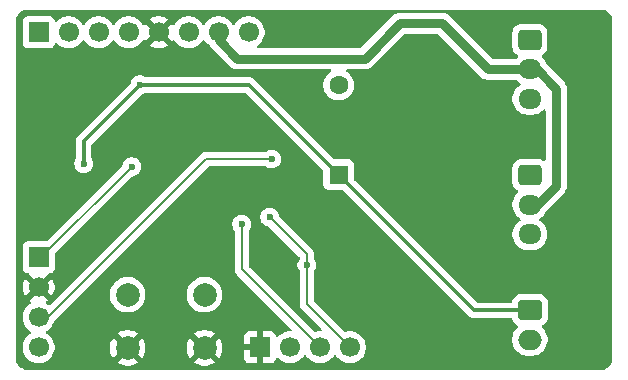
<source format=gbl>
%TF.GenerationSoftware,KiCad,Pcbnew,9.0.6*%
%TF.CreationDate,2025-11-13T00:04:26-05:00*%
%TF.ProjectId,mask-board,6d61736b-2d62-46f6-9172-642e6b696361,rev?*%
%TF.SameCoordinates,Original*%
%TF.FileFunction,Copper,L2,Bot*%
%TF.FilePolarity,Positive*%
%FSLAX46Y46*%
G04 Gerber Fmt 4.6, Leading zero omitted, Abs format (unit mm)*
G04 Created by KiCad (PCBNEW 9.0.6) date 2025-11-13 00:04:26*
%MOMM*%
%LPD*%
G01*
G04 APERTURE LIST*
G04 Aperture macros list*
%AMRoundRect*
0 Rectangle with rounded corners*
0 $1 Rounding radius*
0 $2 $3 $4 $5 $6 $7 $8 $9 X,Y pos of 4 corners*
0 Add a 4 corners polygon primitive as box body*
4,1,4,$2,$3,$4,$5,$6,$7,$8,$9,$2,$3,0*
0 Add four circle primitives for the rounded corners*
1,1,$1+$1,$2,$3*
1,1,$1+$1,$4,$5*
1,1,$1+$1,$6,$7*
1,1,$1+$1,$8,$9*
0 Add four rect primitives between the rounded corners*
20,1,$1+$1,$2,$3,$4,$5,0*
20,1,$1+$1,$4,$5,$6,$7,0*
20,1,$1+$1,$6,$7,$8,$9,0*
20,1,$1+$1,$8,$9,$2,$3,0*%
G04 Aperture macros list end*
%TA.AperFunction,ComponentPad*%
%ADD10RoundRect,0.250000X0.725000X-0.600000X0.725000X0.600000X-0.725000X0.600000X-0.725000X-0.600000X0*%
%TD*%
%TA.AperFunction,ComponentPad*%
%ADD11O,1.950000X1.700000*%
%TD*%
%TA.AperFunction,ComponentPad*%
%ADD12R,1.700000X1.700000*%
%TD*%
%TA.AperFunction,ComponentPad*%
%ADD13C,1.700000*%
%TD*%
%TA.AperFunction,ComponentPad*%
%ADD14RoundRect,0.250000X0.750000X-0.600000X0.750000X0.600000X-0.750000X0.600000X-0.750000X-0.600000X0*%
%TD*%
%TA.AperFunction,ComponentPad*%
%ADD15O,2.000000X1.700000*%
%TD*%
%TA.AperFunction,ComponentPad*%
%ADD16R,1.600000X1.600000*%
%TD*%
%TA.AperFunction,ComponentPad*%
%ADD17C,1.600000*%
%TD*%
%TA.AperFunction,ComponentPad*%
%ADD18C,2.000000*%
%TD*%
%TA.AperFunction,ViaPad*%
%ADD19C,0.600000*%
%TD*%
%TA.AperFunction,Conductor*%
%ADD20C,0.780000*%
%TD*%
%TA.AperFunction,Conductor*%
%ADD21C,0.300000*%
%TD*%
%TA.AperFunction,Conductor*%
%ADD22C,0.200000*%
%TD*%
G04 APERTURE END LIST*
D10*
%TO.P,M1,1,-*%
%TO.N,Net-(D3-A)*%
X164782500Y-79375000D03*
D11*
%TO.P,M1,2,+*%
%TO.N,+5V*%
X164782500Y-81875000D03*
%TO.P,M1,3,Tacho*%
%TO.N,Net-(M1-Tacho)*%
X164782500Y-84375000D03*
%TD*%
D12*
%TO.P,J2,1,GND*%
%TO.N,GND*%
X141922500Y-105410000D03*
D13*
%TO.P,J2,2,3V3*%
%TO.N,+3V3*%
X144462500Y-105410000D03*
%TO.P,J2,3,SDA*%
%TO.N,SDA*%
X147002500Y-105410000D03*
%TO.P,J2,4,SCL*%
%TO.N,SCL*%
X149542500Y-105410000D03*
%TD*%
D10*
%TO.P,M2,1,-*%
%TO.N,Net-(D4-A)*%
X164782500Y-90845000D03*
D11*
%TO.P,M2,2,+*%
%TO.N,+5V*%
X164782500Y-93345000D03*
%TO.P,M2,3,Tacho*%
%TO.N,Net-(M2-Tacho)*%
X164782500Y-95845000D03*
%TD*%
D14*
%TO.P,M3,1,+*%
%TO.N,+3V3*%
X164782500Y-102275000D03*
D15*
%TO.P,M3,2,-*%
%TO.N,Net-(D2-A)*%
X164782500Y-104775000D03*
%TD*%
D16*
%TO.P,BZ1,1,+*%
%TO.N,+3V3*%
X148590000Y-90805000D03*
D17*
%TO.P,BZ1,2,-*%
%TO.N,Net-(BZ1--)*%
X148590000Y-83205000D03*
%TD*%
D18*
%TO.P,SW1,1,1*%
%TO.N,GND*%
X137235000Y-105465000D03*
X130735000Y-105465000D03*
%TO.P,SW1,2,2*%
%TO.N,Net-(U1-PA3)*%
X137235000Y-100965000D03*
X130735000Y-100965000D03*
%TD*%
D12*
%TO.P,J1,1,RST*%
%TO.N,RESET*%
X123190000Y-97790000D03*
D13*
%TO.P,J1,2,GND*%
%TO.N,GND*%
X123190000Y-100330000D03*
%TO.P,J1,3,SWIM*%
%TO.N,SWIM*%
X123190000Y-102870000D03*
%TO.P,J1,4,3V3*%
%TO.N,+3V3*%
X123190000Y-105410000D03*
%TD*%
D12*
%TO.P,A1,1,VIN*%
%TO.N,unconnected-(A1-VIN-Pad1)*%
X123190000Y-78740000D03*
D13*
%TO.P,A1,2,VU*%
%TO.N,unconnected-(A1-VU-Pad2)*%
X125730000Y-78740000D03*
%TO.P,A1,3,D-*%
%TO.N,unconnected-(A1-D--Pad3)*%
X128270000Y-78740000D03*
%TO.P,A1,4,D+*%
%TO.N,unconnected-(A1-D+-Pad4)*%
X130810000Y-78740000D03*
%TO.P,A1,5,GND*%
%TO.N,GND*%
X133350000Y-78740000D03*
%TO.P,A1,6,BAT*%
%TO.N,+BATT*%
X135890000Y-78740000D03*
%TO.P,A1,7,5V*%
%TO.N,+5V*%
X138430000Y-78740000D03*
%TO.P,A1,8,EN*%
%TO.N,unconnected-(A1-EN-Pad8)*%
X140970000Y-78740000D03*
%TD*%
D19*
%TO.N,+5V*%
X153797000Y-77978000D03*
%TO.N,GND*%
X157480000Y-102870000D03*
X122237500Y-85407500D03*
X138112500Y-81602500D03*
X158115000Y-80962500D03*
X157416500Y-91185500D03*
X152056000Y-81898000D03*
X133512500Y-92075000D03*
X142443000Y-98445000D03*
%TO.N,+3V3*%
X127000000Y-89852500D03*
X131752500Y-83195000D03*
%TO.N,RESET*%
X131060000Y-90125000D03*
%TO.N,SWIM*%
X142912500Y-89475000D03*
%TO.N,SCL*%
X142748000Y-94386400D03*
X145900500Y-98447500D03*
%TO.N,SDA*%
X140382120Y-94996000D03*
%TD*%
D20*
%TO.N,+5V*%
X164782500Y-81875000D02*
X165377500Y-81875000D01*
X150812500Y-80962500D02*
X153797000Y-77978000D01*
X153797000Y-77978000D02*
X157353000Y-77978000D01*
X165377500Y-81875000D02*
X167005000Y-83502500D01*
X167005000Y-91757500D02*
X165417500Y-93345000D01*
X138430000Y-78740000D02*
X138430000Y-79375000D01*
X161250000Y-81875000D02*
X164782500Y-81875000D01*
X157353000Y-77978000D02*
X161250000Y-81875000D01*
X138430000Y-79375000D02*
X140017500Y-80962500D01*
X167005000Y-83502500D02*
X167005000Y-91757500D01*
X140017500Y-80962500D02*
X150812500Y-80962500D01*
X165417500Y-93345000D02*
X164782500Y-93345000D01*
D21*
%TO.N,+3V3*%
X127000000Y-87947500D02*
X131752500Y-83195000D01*
X160060000Y-102275000D02*
X148590000Y-90805000D01*
X127000000Y-89852500D02*
X127000000Y-87947500D01*
X140980000Y-83195000D02*
X148590000Y-90805000D01*
X164782500Y-102275000D02*
X160060000Y-102275000D01*
X131752500Y-83195000D02*
X140980000Y-83195000D01*
D22*
%TO.N,RESET*%
X123395000Y-97790000D02*
X131060000Y-90125000D01*
X123190000Y-97790000D02*
X123395000Y-97790000D01*
%TO.N,SWIM*%
X123190000Y-102870000D02*
X123952000Y-102870000D01*
X137347000Y-89475000D02*
X142912500Y-89475000D01*
X123952000Y-102870000D02*
X137347000Y-89475000D01*
%TO.N,SCL*%
X142748000Y-94386400D02*
X145900500Y-97538900D01*
X145900500Y-97538900D02*
X145900500Y-98447500D01*
X145900500Y-101768000D02*
X145900500Y-98447500D01*
X149542500Y-105410000D02*
X145900500Y-101768000D01*
%TO.N,SDA*%
X147002500Y-105410000D02*
X140382120Y-98789620D01*
X140382120Y-98789620D02*
X140382120Y-94996000D01*
%TD*%
%TA.AperFunction,Conductor*%
%TO.N,GND*%
G36*
X171113054Y-76844437D02*
G01*
X171126113Y-76849846D01*
X171143439Y-76858673D01*
X171314722Y-76963636D01*
X171330462Y-76975073D01*
X171483209Y-77105531D01*
X171496968Y-77119290D01*
X171627426Y-77272037D01*
X171638863Y-77287777D01*
X171743823Y-77459055D01*
X171752653Y-77476384D01*
X171758061Y-77489440D01*
X171767500Y-77536893D01*
X171767500Y-106613107D01*
X171758060Y-106660561D01*
X171757648Y-106661557D01*
X171752653Y-106673615D01*
X171743820Y-106690951D01*
X171638863Y-106862222D01*
X171627426Y-106877962D01*
X171496968Y-107030709D01*
X171483209Y-107044468D01*
X171330462Y-107174926D01*
X171314722Y-107186363D01*
X171143451Y-107291320D01*
X171126115Y-107300153D01*
X171113062Y-107305560D01*
X171065607Y-107315000D01*
X121986893Y-107315000D01*
X121978716Y-107313373D01*
X121973639Y-107314290D01*
X121939446Y-107305563D01*
X121926375Y-107300149D01*
X121909055Y-107291323D01*
X121737777Y-107186363D01*
X121722037Y-107174926D01*
X121569290Y-107044468D01*
X121555531Y-107030709D01*
X121425073Y-106877962D01*
X121413636Y-106862222D01*
X121409273Y-106855102D01*
X121308673Y-106690939D01*
X121299846Y-106673613D01*
X121294437Y-106660554D01*
X121285000Y-106613107D01*
X121285000Y-96892135D01*
X121839500Y-96892135D01*
X121839500Y-98687870D01*
X121839501Y-98687876D01*
X121845908Y-98747483D01*
X121896202Y-98882328D01*
X121896206Y-98882335D01*
X121982452Y-98997544D01*
X121982455Y-98997547D01*
X122097664Y-99083793D01*
X122097671Y-99083797D01*
X122142618Y-99100561D01*
X122232517Y-99134091D01*
X122292127Y-99140500D01*
X122302685Y-99140499D01*
X122369723Y-99160179D01*
X122390372Y-99176818D01*
X123060591Y-99847037D01*
X122997007Y-99864075D01*
X122882993Y-99929901D01*
X122789901Y-100022993D01*
X122724075Y-100137007D01*
X122707037Y-100200591D01*
X122074728Y-99568282D01*
X122074727Y-99568282D01*
X122035380Y-99622439D01*
X121938904Y-99811782D01*
X121873242Y-100013869D01*
X121873242Y-100013872D01*
X121840000Y-100223753D01*
X121840000Y-100436246D01*
X121873242Y-100646127D01*
X121873242Y-100646130D01*
X121938904Y-100848217D01*
X122035375Y-101037550D01*
X122074728Y-101091716D01*
X122707037Y-100459408D01*
X122724075Y-100522993D01*
X122789901Y-100637007D01*
X122882993Y-100730099D01*
X122997007Y-100795925D01*
X123060590Y-100812962D01*
X122428282Y-101445269D01*
X122428282Y-101445270D01*
X122482452Y-101484626D01*
X122482451Y-101484626D01*
X122491495Y-101489234D01*
X122542292Y-101537208D01*
X122559087Y-101605029D01*
X122536550Y-101671164D01*
X122491499Y-101710202D01*
X122482182Y-101714949D01*
X122310213Y-101839890D01*
X122159890Y-101990213D01*
X122034951Y-102162179D01*
X121938444Y-102351585D01*
X121872753Y-102553760D01*
X121839500Y-102763713D01*
X121839500Y-102976286D01*
X121872753Y-103186239D01*
X121938444Y-103388414D01*
X122034951Y-103577820D01*
X122159890Y-103749786D01*
X122310213Y-103900109D01*
X122482182Y-104025050D01*
X122490946Y-104029516D01*
X122541742Y-104077491D01*
X122558536Y-104145312D01*
X122535998Y-104211447D01*
X122490946Y-104250484D01*
X122482182Y-104254949D01*
X122310213Y-104379890D01*
X122159890Y-104530213D01*
X122034951Y-104702179D01*
X121938444Y-104891585D01*
X121872753Y-105093760D01*
X121862262Y-105160000D01*
X121839500Y-105303713D01*
X121839500Y-105516287D01*
X121872754Y-105726243D01*
X121901998Y-105816247D01*
X121938444Y-105928414D01*
X122034951Y-106117820D01*
X122159890Y-106289786D01*
X122310213Y-106440109D01*
X122482179Y-106565048D01*
X122482181Y-106565049D01*
X122482184Y-106565051D01*
X122671588Y-106661557D01*
X122873757Y-106727246D01*
X123083713Y-106760500D01*
X123083714Y-106760500D01*
X123296286Y-106760500D01*
X123296287Y-106760500D01*
X123506243Y-106727246D01*
X123708412Y-106661557D01*
X123897816Y-106565051D01*
X123911591Y-106555042D01*
X123932187Y-106540080D01*
X123932187Y-106540079D01*
X124016237Y-106479014D01*
X124069792Y-106440104D01*
X124220104Y-106289792D01*
X124220106Y-106289788D01*
X124220109Y-106289786D01*
X124345048Y-106117820D01*
X124345047Y-106117820D01*
X124345051Y-106117816D01*
X124441557Y-105928412D01*
X124507246Y-105726243D01*
X124540500Y-105516287D01*
X124540500Y-105346947D01*
X129235000Y-105346947D01*
X129235000Y-105583052D01*
X129271934Y-105816247D01*
X129344897Y-106040802D01*
X129452087Y-106251174D01*
X129512338Y-106334104D01*
X129512340Y-106334105D01*
X130211212Y-105635233D01*
X130222482Y-105677292D01*
X130294890Y-105802708D01*
X130397292Y-105905110D01*
X130522708Y-105977518D01*
X130564765Y-105988787D01*
X129865893Y-106687658D01*
X129948828Y-106747914D01*
X130159197Y-106855102D01*
X130383752Y-106928065D01*
X130383751Y-106928065D01*
X130616948Y-106965000D01*
X130853052Y-106965000D01*
X131086247Y-106928065D01*
X131310802Y-106855102D01*
X131521163Y-106747918D01*
X131521169Y-106747914D01*
X131604104Y-106687658D01*
X131604105Y-106687658D01*
X130905233Y-105988787D01*
X130947292Y-105977518D01*
X131072708Y-105905110D01*
X131175110Y-105802708D01*
X131247518Y-105677292D01*
X131258787Y-105635234D01*
X131957658Y-106334105D01*
X131957658Y-106334104D01*
X132017914Y-106251169D01*
X132017918Y-106251163D01*
X132125102Y-106040802D01*
X132198065Y-105816247D01*
X132235000Y-105583052D01*
X132235000Y-105346947D01*
X135735000Y-105346947D01*
X135735000Y-105583052D01*
X135771934Y-105816247D01*
X135844897Y-106040802D01*
X135952087Y-106251174D01*
X136012338Y-106334104D01*
X136012340Y-106334105D01*
X136711212Y-105635233D01*
X136722482Y-105677292D01*
X136794890Y-105802708D01*
X136897292Y-105905110D01*
X137022708Y-105977518D01*
X137064765Y-105988787D01*
X136365893Y-106687658D01*
X136448828Y-106747914D01*
X136659197Y-106855102D01*
X136883752Y-106928065D01*
X136883751Y-106928065D01*
X137116948Y-106965000D01*
X137353052Y-106965000D01*
X137586247Y-106928065D01*
X137810802Y-106855102D01*
X138021163Y-106747918D01*
X138021169Y-106747914D01*
X138104104Y-106687658D01*
X138104105Y-106687658D01*
X137405233Y-105988787D01*
X137447292Y-105977518D01*
X137572708Y-105905110D01*
X137675110Y-105802708D01*
X137747518Y-105677292D01*
X137758787Y-105635233D01*
X138457658Y-106334105D01*
X138457658Y-106334104D01*
X138517914Y-106251169D01*
X138517918Y-106251163D01*
X138625102Y-106040802D01*
X138698065Y-105816247D01*
X138734020Y-105589240D01*
X138734020Y-105589239D01*
X138735000Y-105583053D01*
X138735000Y-105346947D01*
X138698065Y-105113752D01*
X138625102Y-104889197D01*
X138517914Y-104678828D01*
X138457658Y-104595894D01*
X138457658Y-104595893D01*
X137758787Y-105294765D01*
X137747518Y-105252708D01*
X137675110Y-105127292D01*
X137572708Y-105024890D01*
X137447292Y-104952482D01*
X137405234Y-104941212D01*
X138104105Y-104242340D01*
X138104104Y-104242338D01*
X138021174Y-104182087D01*
X137810802Y-104074897D01*
X137586247Y-104001934D01*
X137586248Y-104001934D01*
X137353052Y-103965000D01*
X137116948Y-103965000D01*
X136883752Y-104001934D01*
X136659197Y-104074897D01*
X136448830Y-104182084D01*
X136365894Y-104242340D01*
X137064766Y-104941212D01*
X137022708Y-104952482D01*
X136897292Y-105024890D01*
X136794890Y-105127292D01*
X136722482Y-105252708D01*
X136711212Y-105294766D01*
X136012340Y-104595894D01*
X135952084Y-104678830D01*
X135844897Y-104889197D01*
X135771934Y-105113752D01*
X135735000Y-105346947D01*
X132235000Y-105346947D01*
X132198065Y-105113752D01*
X132125102Y-104889197D01*
X132017914Y-104678828D01*
X131957658Y-104595894D01*
X131957658Y-104595893D01*
X131258787Y-105294765D01*
X131247518Y-105252708D01*
X131175110Y-105127292D01*
X131072708Y-105024890D01*
X130947292Y-104952482D01*
X130905234Y-104941212D01*
X131604105Y-104242340D01*
X131604104Y-104242339D01*
X131521174Y-104182087D01*
X131310802Y-104074897D01*
X131086247Y-104001934D01*
X131086248Y-104001934D01*
X130853052Y-103965000D01*
X130616948Y-103965000D01*
X130383752Y-104001934D01*
X130159197Y-104074897D01*
X129948830Y-104182084D01*
X129865894Y-104242340D01*
X130564766Y-104941212D01*
X130522708Y-104952482D01*
X130397292Y-105024890D01*
X130294890Y-105127292D01*
X130222482Y-105252708D01*
X130211212Y-105294766D01*
X129512340Y-104595894D01*
X129452084Y-104678830D01*
X129344897Y-104889197D01*
X129271934Y-105113752D01*
X129235000Y-105346947D01*
X124540500Y-105346947D01*
X124540500Y-105303713D01*
X124507246Y-105093757D01*
X124441557Y-104891588D01*
X124345051Y-104702184D01*
X124345049Y-104702181D01*
X124345048Y-104702179D01*
X124220109Y-104530213D01*
X124069786Y-104379890D01*
X123897820Y-104254951D01*
X123897115Y-104254591D01*
X123889054Y-104250485D01*
X123838259Y-104202512D01*
X123821463Y-104134692D01*
X123843999Y-104068556D01*
X123889054Y-104029515D01*
X123897816Y-104025051D01*
X123980470Y-103965000D01*
X124069786Y-103900109D01*
X124069788Y-103900106D01*
X124069792Y-103900104D01*
X124220104Y-103749792D01*
X124220106Y-103749788D01*
X124220109Y-103749786D01*
X124345048Y-103577820D01*
X124345047Y-103577820D01*
X124345051Y-103577816D01*
X124441557Y-103388412D01*
X124487903Y-103245773D01*
X124508752Y-103181609D01*
X124511891Y-103182629D01*
X124537545Y-103133712D01*
X124538944Y-103132289D01*
X126824332Y-100846902D01*
X129234500Y-100846902D01*
X129234500Y-101083097D01*
X129271446Y-101316368D01*
X129344433Y-101540996D01*
X129430649Y-101710202D01*
X129451657Y-101751433D01*
X129590483Y-101942510D01*
X129757490Y-102109517D01*
X129948567Y-102248343D01*
X130047991Y-102299002D01*
X130159003Y-102355566D01*
X130159005Y-102355566D01*
X130159008Y-102355568D01*
X130279412Y-102394689D01*
X130383631Y-102428553D01*
X130616903Y-102465500D01*
X130616908Y-102465500D01*
X130853097Y-102465500D01*
X131086368Y-102428553D01*
X131310992Y-102355568D01*
X131521433Y-102248343D01*
X131712510Y-102109517D01*
X131879517Y-101942510D01*
X132018343Y-101751433D01*
X132125568Y-101540992D01*
X132198553Y-101316368D01*
X132215979Y-101206344D01*
X132235500Y-101083097D01*
X132235500Y-100846902D01*
X135734500Y-100846902D01*
X135734500Y-101083097D01*
X135771446Y-101316368D01*
X135844433Y-101540996D01*
X135930649Y-101710202D01*
X135951657Y-101751433D01*
X136090483Y-101942510D01*
X136257490Y-102109517D01*
X136448567Y-102248343D01*
X136547991Y-102299002D01*
X136659003Y-102355566D01*
X136659005Y-102355566D01*
X136659008Y-102355568D01*
X136779412Y-102394689D01*
X136883631Y-102428553D01*
X137116903Y-102465500D01*
X137116908Y-102465500D01*
X137353097Y-102465500D01*
X137586368Y-102428553D01*
X137810992Y-102355568D01*
X138021433Y-102248343D01*
X138212510Y-102109517D01*
X138379517Y-101942510D01*
X138518343Y-101751433D01*
X138625568Y-101540992D01*
X138698553Y-101316368D01*
X138715979Y-101206344D01*
X138735500Y-101083097D01*
X138735500Y-100846902D01*
X138698553Y-100613631D01*
X138664689Y-100509412D01*
X138625568Y-100389008D01*
X138625566Y-100389005D01*
X138625566Y-100389003D01*
X138518342Y-100178566D01*
X138379517Y-99987490D01*
X138212510Y-99820483D01*
X138021433Y-99681657D01*
X137810996Y-99574433D01*
X137586368Y-99501446D01*
X137353097Y-99464500D01*
X137353092Y-99464500D01*
X137116908Y-99464500D01*
X137116903Y-99464500D01*
X136883631Y-99501446D01*
X136659003Y-99574433D01*
X136448566Y-99681657D01*
X136339550Y-99760862D01*
X136257490Y-99820483D01*
X136257488Y-99820485D01*
X136257487Y-99820485D01*
X136090485Y-99987487D01*
X136090485Y-99987488D01*
X136090483Y-99987490D01*
X136030862Y-100069550D01*
X135951657Y-100178566D01*
X135844433Y-100389003D01*
X135771446Y-100613631D01*
X135734500Y-100846902D01*
X132235500Y-100846902D01*
X132198553Y-100613631D01*
X132164689Y-100509412D01*
X132125568Y-100389008D01*
X132125566Y-100389005D01*
X132125566Y-100389003D01*
X132018342Y-100178566D01*
X131879517Y-99987490D01*
X131712510Y-99820483D01*
X131521433Y-99681657D01*
X131310996Y-99574433D01*
X131086368Y-99501446D01*
X130853097Y-99464500D01*
X130853092Y-99464500D01*
X130616908Y-99464500D01*
X130616903Y-99464500D01*
X130383631Y-99501446D01*
X130159003Y-99574433D01*
X129948566Y-99681657D01*
X129839550Y-99760862D01*
X129757490Y-99820483D01*
X129757488Y-99820485D01*
X129757487Y-99820485D01*
X129590485Y-99987487D01*
X129590485Y-99987488D01*
X129590483Y-99987490D01*
X129530862Y-100069550D01*
X129451657Y-100178566D01*
X129344433Y-100389003D01*
X129271446Y-100613631D01*
X129234500Y-100846902D01*
X126824332Y-100846902D01*
X132754082Y-94917153D01*
X139581620Y-94917153D01*
X139581620Y-95074846D01*
X139612381Y-95229489D01*
X139612384Y-95229501D01*
X139672722Y-95375172D01*
X139672729Y-95375185D01*
X139760722Y-95506874D01*
X139781600Y-95573551D01*
X139781620Y-95575765D01*
X139781620Y-98702950D01*
X139781619Y-98702968D01*
X139781619Y-98868674D01*
X139781618Y-98868674D01*
X139816149Y-98997546D01*
X139822543Y-99021405D01*
X139837898Y-99048000D01*
X139892938Y-99143333D01*
X139901599Y-99158334D01*
X139901601Y-99158337D01*
X140020469Y-99277205D01*
X140020475Y-99277210D01*
X144591084Y-103847819D01*
X144624569Y-103909142D01*
X144619585Y-103978834D01*
X144577713Y-104034767D01*
X144512249Y-104059184D01*
X144503403Y-104059500D01*
X144356213Y-104059500D01*
X144307730Y-104067179D01*
X144146260Y-104092753D01*
X143944085Y-104158444D01*
X143754679Y-104254951D01*
X143582715Y-104379889D01*
X143468785Y-104493819D01*
X143407462Y-104527303D01*
X143337770Y-104522319D01*
X143281837Y-104480447D01*
X143264922Y-104449470D01*
X143215854Y-104317913D01*
X143215850Y-104317906D01*
X143129690Y-104202812D01*
X143129687Y-104202809D01*
X143014593Y-104116649D01*
X143014586Y-104116645D01*
X142879879Y-104066403D01*
X142879872Y-104066401D01*
X142820344Y-104060000D01*
X142172500Y-104060000D01*
X142172500Y-104976988D01*
X142115493Y-104944075D01*
X141988326Y-104910000D01*
X141856674Y-104910000D01*
X141729507Y-104944075D01*
X141672500Y-104976988D01*
X141672500Y-104060000D01*
X141024655Y-104060000D01*
X140965127Y-104066401D01*
X140965120Y-104066403D01*
X140830413Y-104116645D01*
X140830406Y-104116649D01*
X140715312Y-104202809D01*
X140715309Y-104202812D01*
X140629149Y-104317906D01*
X140629145Y-104317913D01*
X140578903Y-104452620D01*
X140578901Y-104452627D01*
X140572500Y-104512155D01*
X140572500Y-105160000D01*
X141489488Y-105160000D01*
X141456575Y-105217007D01*
X141422500Y-105344174D01*
X141422500Y-105475826D01*
X141456575Y-105602993D01*
X141489488Y-105660000D01*
X140572500Y-105660000D01*
X140572500Y-106307844D01*
X140578901Y-106367372D01*
X140578903Y-106367379D01*
X140629145Y-106502086D01*
X140629149Y-106502093D01*
X140715309Y-106617187D01*
X140715312Y-106617190D01*
X140830406Y-106703350D01*
X140830413Y-106703354D01*
X140965120Y-106753596D01*
X140965127Y-106753598D01*
X141024655Y-106759999D01*
X141024672Y-106760000D01*
X141672500Y-106760000D01*
X141672500Y-105843012D01*
X141729507Y-105875925D01*
X141856674Y-105910000D01*
X141988326Y-105910000D01*
X142115493Y-105875925D01*
X142172500Y-105843012D01*
X142172500Y-106760000D01*
X142820328Y-106760000D01*
X142820344Y-106759999D01*
X142879872Y-106753598D01*
X142879879Y-106753596D01*
X143014586Y-106703354D01*
X143014593Y-106703350D01*
X143129687Y-106617190D01*
X143129690Y-106617187D01*
X143215850Y-106502093D01*
X143215854Y-106502086D01*
X143264922Y-106370529D01*
X143306793Y-106314595D01*
X143372257Y-106290178D01*
X143440530Y-106305030D01*
X143468785Y-106326181D01*
X143582713Y-106440109D01*
X143754679Y-106565048D01*
X143754681Y-106565049D01*
X143754684Y-106565051D01*
X143944088Y-106661557D01*
X144146257Y-106727246D01*
X144356213Y-106760500D01*
X144356214Y-106760500D01*
X144568786Y-106760500D01*
X144568787Y-106760500D01*
X144778743Y-106727246D01*
X144980912Y-106661557D01*
X145170316Y-106565051D01*
X145256971Y-106502093D01*
X145342286Y-106440109D01*
X145342288Y-106440106D01*
X145342292Y-106440104D01*
X145492604Y-106289792D01*
X145492606Y-106289788D01*
X145492609Y-106289786D01*
X145617548Y-106117820D01*
X145617547Y-106117820D01*
X145617551Y-106117816D01*
X145622014Y-106109054D01*
X145669988Y-106058259D01*
X145737808Y-106041463D01*
X145803944Y-106063999D01*
X145842986Y-106109056D01*
X145847451Y-106117820D01*
X145972390Y-106289786D01*
X146122713Y-106440109D01*
X146294679Y-106565048D01*
X146294681Y-106565049D01*
X146294684Y-106565051D01*
X146484088Y-106661557D01*
X146686257Y-106727246D01*
X146896213Y-106760500D01*
X146896214Y-106760500D01*
X147108786Y-106760500D01*
X147108787Y-106760500D01*
X147318743Y-106727246D01*
X147520912Y-106661557D01*
X147710316Y-106565051D01*
X147796971Y-106502093D01*
X147882286Y-106440109D01*
X147882288Y-106440106D01*
X147882292Y-106440104D01*
X148032604Y-106289792D01*
X148032606Y-106289788D01*
X148032609Y-106289786D01*
X148157548Y-106117820D01*
X148157547Y-106117820D01*
X148157551Y-106117816D01*
X148162014Y-106109054D01*
X148209988Y-106058259D01*
X148277808Y-106041463D01*
X148343944Y-106063999D01*
X148382986Y-106109056D01*
X148387451Y-106117820D01*
X148512390Y-106289786D01*
X148662713Y-106440109D01*
X148834679Y-106565048D01*
X148834681Y-106565049D01*
X148834684Y-106565051D01*
X149024088Y-106661557D01*
X149226257Y-106727246D01*
X149436213Y-106760500D01*
X149436214Y-106760500D01*
X149648786Y-106760500D01*
X149648787Y-106760500D01*
X149858743Y-106727246D01*
X150060912Y-106661557D01*
X150250316Y-106565051D01*
X150336971Y-106502093D01*
X150422286Y-106440109D01*
X150422288Y-106440106D01*
X150422292Y-106440104D01*
X150572604Y-106289792D01*
X150572606Y-106289788D01*
X150572609Y-106289786D01*
X150697548Y-106117820D01*
X150697547Y-106117820D01*
X150697551Y-106117816D01*
X150794057Y-105928412D01*
X150859746Y-105726243D01*
X150893000Y-105516287D01*
X150893000Y-105303713D01*
X150859746Y-105093757D01*
X150794057Y-104891588D01*
X150697551Y-104702184D01*
X150697549Y-104702181D01*
X150697548Y-104702179D01*
X150572609Y-104530213D01*
X150422286Y-104379890D01*
X150250320Y-104254951D01*
X150060914Y-104158444D01*
X150060913Y-104158443D01*
X150060912Y-104158443D01*
X149858743Y-104092754D01*
X149858741Y-104092753D01*
X149858740Y-104092753D01*
X149697270Y-104067179D01*
X149648787Y-104059500D01*
X149436213Y-104059500D01*
X149407506Y-104064046D01*
X149226257Y-104092753D01*
X149183973Y-104106492D01*
X149114132Y-104108486D01*
X149057976Y-104076241D01*
X146537319Y-101555583D01*
X146503834Y-101494260D01*
X146501000Y-101467902D01*
X146501000Y-99027265D01*
X146520685Y-98960226D01*
X146521898Y-98958374D01*
X146609890Y-98826685D01*
X146609890Y-98826684D01*
X146609894Y-98826679D01*
X146670237Y-98680997D01*
X146701000Y-98526342D01*
X146701000Y-98368658D01*
X146701000Y-98368655D01*
X146700999Y-98368653D01*
X146670238Y-98214010D01*
X146670237Y-98214003D01*
X146670235Y-98213998D01*
X146609897Y-98068327D01*
X146609890Y-98068314D01*
X146521898Y-97936625D01*
X146501020Y-97869947D01*
X146501000Y-97867734D01*
X146501000Y-97459845D01*
X146501000Y-97459843D01*
X146462481Y-97316086D01*
X146460077Y-97307115D01*
X146431139Y-97256995D01*
X146381020Y-97170184D01*
X146269216Y-97058380D01*
X146269215Y-97058379D01*
X146264885Y-97054049D01*
X146264874Y-97054039D01*
X143582574Y-94371739D01*
X143549089Y-94310416D01*
X143548638Y-94308249D01*
X143517738Y-94152910D01*
X143517737Y-94152903D01*
X143476282Y-94052820D01*
X143457397Y-94007227D01*
X143457390Y-94007214D01*
X143369789Y-93876111D01*
X143369786Y-93876107D01*
X143258292Y-93764613D01*
X143258288Y-93764610D01*
X143127185Y-93677009D01*
X143127172Y-93677002D01*
X142981501Y-93616664D01*
X142981489Y-93616661D01*
X142826845Y-93585900D01*
X142826842Y-93585900D01*
X142669158Y-93585900D01*
X142669155Y-93585900D01*
X142514510Y-93616661D01*
X142514498Y-93616664D01*
X142368827Y-93677002D01*
X142368814Y-93677009D01*
X142237711Y-93764610D01*
X142237707Y-93764613D01*
X142126213Y-93876107D01*
X142126210Y-93876111D01*
X142038609Y-94007214D01*
X142038602Y-94007227D01*
X141978264Y-94152898D01*
X141978261Y-94152910D01*
X141947500Y-94307553D01*
X141947500Y-94465246D01*
X141978261Y-94619889D01*
X141978264Y-94619901D01*
X142038602Y-94765572D01*
X142038609Y-94765585D01*
X142126210Y-94896688D01*
X142126213Y-94896692D01*
X142237707Y-95008186D01*
X142237711Y-95008189D01*
X142368814Y-95095790D01*
X142368827Y-95095797D01*
X142468746Y-95137184D01*
X142514503Y-95156137D01*
X142579147Y-95168995D01*
X142669849Y-95187038D01*
X142731760Y-95219423D01*
X142733339Y-95220974D01*
X145263681Y-97751316D01*
X145278384Y-97778243D01*
X145294977Y-97804062D01*
X145295868Y-97810262D01*
X145297166Y-97812639D01*
X145300000Y-97838997D01*
X145300000Y-97867734D01*
X145280315Y-97934773D01*
X145279102Y-97936625D01*
X145191109Y-98068314D01*
X145191102Y-98068327D01*
X145130764Y-98213998D01*
X145130761Y-98214010D01*
X145100000Y-98368653D01*
X145100000Y-98526346D01*
X145130761Y-98680989D01*
X145130764Y-98681001D01*
X145191102Y-98826672D01*
X145191109Y-98826685D01*
X145279102Y-98958374D01*
X145299980Y-99025051D01*
X145300000Y-99027265D01*
X145300000Y-101681330D01*
X145299999Y-101681348D01*
X145299999Y-101847054D01*
X145299998Y-101847054D01*
X145340923Y-101999785D01*
X145369858Y-102049900D01*
X145369859Y-102049904D01*
X145369860Y-102049904D01*
X145419979Y-102136714D01*
X145419981Y-102136717D01*
X145538849Y-102255585D01*
X145538855Y-102255590D01*
X147131083Y-103847819D01*
X147164568Y-103909142D01*
X147159584Y-103978834D01*
X147117712Y-104034767D01*
X147052248Y-104059184D01*
X147043402Y-104059500D01*
X146896213Y-104059500D01*
X146867506Y-104064046D01*
X146686257Y-104092753D01*
X146643973Y-104106492D01*
X146574132Y-104108486D01*
X146517976Y-104076241D01*
X141018939Y-98577204D01*
X140985454Y-98515881D01*
X140982620Y-98489523D01*
X140982620Y-95575765D01*
X141002305Y-95508726D01*
X141003518Y-95506874D01*
X141091510Y-95375185D01*
X141091510Y-95375184D01*
X141091514Y-95375179D01*
X141151857Y-95229497D01*
X141182620Y-95074842D01*
X141182620Y-94917158D01*
X141182620Y-94917155D01*
X141182619Y-94917153D01*
X141163967Y-94823385D01*
X141151857Y-94762503D01*
X141124029Y-94695319D01*
X141091517Y-94616827D01*
X141091510Y-94616814D01*
X141003909Y-94485711D01*
X141003906Y-94485707D01*
X140892412Y-94374213D01*
X140892408Y-94374210D01*
X140761305Y-94286609D01*
X140761292Y-94286602D01*
X140615621Y-94226264D01*
X140615609Y-94226261D01*
X140460965Y-94195500D01*
X140460962Y-94195500D01*
X140303278Y-94195500D01*
X140303275Y-94195500D01*
X140148630Y-94226261D01*
X140148618Y-94226264D01*
X140002947Y-94286602D01*
X140002934Y-94286609D01*
X139871831Y-94374210D01*
X139871827Y-94374213D01*
X139760333Y-94485707D01*
X139760330Y-94485711D01*
X139672729Y-94616814D01*
X139672722Y-94616827D01*
X139612384Y-94762498D01*
X139612381Y-94762510D01*
X139581620Y-94917153D01*
X132754082Y-94917153D01*
X137559417Y-90111819D01*
X137620740Y-90078334D01*
X137647098Y-90075500D01*
X142332734Y-90075500D01*
X142399773Y-90095185D01*
X142401625Y-90096398D01*
X142533314Y-90184390D01*
X142533327Y-90184397D01*
X142647461Y-90231672D01*
X142679003Y-90244737D01*
X142833653Y-90275499D01*
X142833656Y-90275500D01*
X142833658Y-90275500D01*
X142991344Y-90275500D01*
X142991345Y-90275499D01*
X143145997Y-90244737D01*
X143291679Y-90184394D01*
X143422789Y-90096789D01*
X143534289Y-89985289D01*
X143621894Y-89854179D01*
X143682237Y-89708497D01*
X143713000Y-89553842D01*
X143713000Y-89396158D01*
X143713000Y-89396155D01*
X143712999Y-89396153D01*
X143682238Y-89241510D01*
X143682237Y-89241503D01*
X143682235Y-89241498D01*
X143621897Y-89095827D01*
X143621890Y-89095814D01*
X143534289Y-88964711D01*
X143534286Y-88964707D01*
X143422792Y-88853213D01*
X143422788Y-88853210D01*
X143291685Y-88765609D01*
X143291672Y-88765602D01*
X143146001Y-88705264D01*
X143145989Y-88705261D01*
X142991345Y-88674500D01*
X142991342Y-88674500D01*
X142833658Y-88674500D01*
X142833655Y-88674500D01*
X142679010Y-88705261D01*
X142678998Y-88705264D01*
X142533327Y-88765602D01*
X142533314Y-88765609D01*
X142401625Y-88853602D01*
X142334947Y-88874480D01*
X142332734Y-88874500D01*
X137433670Y-88874500D01*
X137433654Y-88874499D01*
X137426058Y-88874499D01*
X137267943Y-88874499D01*
X137191579Y-88894961D01*
X137115214Y-88915423D01*
X137115209Y-88915426D01*
X136978290Y-88994475D01*
X136978282Y-88994481D01*
X124181212Y-101791551D01*
X124119889Y-101825036D01*
X124050197Y-101820052D01*
X124020646Y-101804189D01*
X123897813Y-101714947D01*
X123888504Y-101710204D01*
X123837707Y-101662230D01*
X123820912Y-101594409D01*
X123843449Y-101528274D01*
X123888507Y-101489232D01*
X123897555Y-101484622D01*
X123951716Y-101445270D01*
X123951717Y-101445270D01*
X123319408Y-100812962D01*
X123382993Y-100795925D01*
X123497007Y-100730099D01*
X123590099Y-100637007D01*
X123655925Y-100522993D01*
X123672962Y-100459408D01*
X124305270Y-101091717D01*
X124305270Y-101091716D01*
X124344622Y-101037554D01*
X124441095Y-100848217D01*
X124506757Y-100646130D01*
X124506757Y-100646127D01*
X124540000Y-100436246D01*
X124540000Y-100223753D01*
X124506757Y-100013872D01*
X124506757Y-100013869D01*
X124441095Y-99811782D01*
X124344624Y-99622449D01*
X124305270Y-99568282D01*
X124305269Y-99568282D01*
X123672962Y-100200590D01*
X123655925Y-100137007D01*
X123590099Y-100022993D01*
X123497007Y-99929901D01*
X123382993Y-99864075D01*
X123319409Y-99847037D01*
X123989627Y-99176818D01*
X124050950Y-99143333D01*
X124077307Y-99140499D01*
X124087872Y-99140499D01*
X124147483Y-99134091D01*
X124282331Y-99083796D01*
X124397546Y-98997546D01*
X124483796Y-98882331D01*
X124534091Y-98747483D01*
X124540500Y-98687873D01*
X124540499Y-97545095D01*
X124560184Y-97478057D01*
X124576813Y-97457420D01*
X131074662Y-90959572D01*
X131135983Y-90926089D01*
X131138150Y-90925638D01*
X131196085Y-90914113D01*
X131293497Y-90894737D01*
X131439179Y-90834394D01*
X131570289Y-90746789D01*
X131681789Y-90635289D01*
X131769394Y-90504179D01*
X131829737Y-90358497D01*
X131860500Y-90203842D01*
X131860500Y-90046158D01*
X131860500Y-90046155D01*
X131860499Y-90046153D01*
X131842791Y-89957129D01*
X131829737Y-89891503D01*
X131829735Y-89891498D01*
X131769397Y-89745827D01*
X131769390Y-89745814D01*
X131681789Y-89614711D01*
X131681786Y-89614707D01*
X131570292Y-89503213D01*
X131570288Y-89503210D01*
X131439185Y-89415609D01*
X131439172Y-89415602D01*
X131293501Y-89355264D01*
X131293489Y-89355261D01*
X131138845Y-89324500D01*
X131138842Y-89324500D01*
X130981158Y-89324500D01*
X130981155Y-89324500D01*
X130826510Y-89355261D01*
X130826498Y-89355264D01*
X130680827Y-89415602D01*
X130680814Y-89415609D01*
X130549711Y-89503210D01*
X130549707Y-89503213D01*
X130438213Y-89614707D01*
X130438210Y-89614711D01*
X130350609Y-89745814D01*
X130350602Y-89745827D01*
X130290264Y-89891498D01*
X130290261Y-89891508D01*
X130259361Y-90046850D01*
X130226976Y-90108761D01*
X130225425Y-90110339D01*
X123932582Y-96403181D01*
X123871259Y-96436666D01*
X123844901Y-96439500D01*
X122292129Y-96439500D01*
X122292123Y-96439501D01*
X122232516Y-96445908D01*
X122097671Y-96496202D01*
X122097664Y-96496206D01*
X121982455Y-96582452D01*
X121982452Y-96582455D01*
X121896206Y-96697664D01*
X121896202Y-96697671D01*
X121845908Y-96832517D01*
X121839501Y-96892116D01*
X121839500Y-96892135D01*
X121285000Y-96892135D01*
X121285000Y-89773653D01*
X126199500Y-89773653D01*
X126199500Y-89931346D01*
X126230261Y-90085989D01*
X126230264Y-90086001D01*
X126290602Y-90231672D01*
X126290609Y-90231685D01*
X126378210Y-90362788D01*
X126378213Y-90362792D01*
X126489707Y-90474286D01*
X126489711Y-90474289D01*
X126620814Y-90561890D01*
X126620827Y-90561897D01*
X126766498Y-90622235D01*
X126766503Y-90622237D01*
X126921153Y-90652999D01*
X126921156Y-90653000D01*
X126921158Y-90653000D01*
X127078844Y-90653000D01*
X127078845Y-90652999D01*
X127233497Y-90622237D01*
X127379179Y-90561894D01*
X127510289Y-90474289D01*
X127621789Y-90362789D01*
X127709394Y-90231679D01*
X127769737Y-90085997D01*
X127800500Y-89931342D01*
X127800500Y-89773658D01*
X127800500Y-89773655D01*
X127800499Y-89773653D01*
X127787539Y-89708501D01*
X127769737Y-89619003D01*
X127742748Y-89553846D01*
X127709397Y-89473328D01*
X127709396Y-89473327D01*
X127709394Y-89473321D01*
X127671396Y-89416453D01*
X127650520Y-89349776D01*
X127650500Y-89347564D01*
X127650500Y-88268307D01*
X127670185Y-88201268D01*
X127686814Y-88180631D01*
X131855431Y-84012013D01*
X131916752Y-83978530D01*
X131918817Y-83978099D01*
X131985997Y-83964737D01*
X132131679Y-83904394D01*
X132188544Y-83866397D01*
X132255221Y-83845520D01*
X132257435Y-83845500D01*
X140659192Y-83845500D01*
X140726231Y-83865185D01*
X140746873Y-83881819D01*
X147253181Y-90388126D01*
X147286666Y-90449449D01*
X147289500Y-90475807D01*
X147289500Y-91652870D01*
X147289501Y-91652876D01*
X147295908Y-91712483D01*
X147346202Y-91847328D01*
X147346206Y-91847335D01*
X147432452Y-91962544D01*
X147432455Y-91962547D01*
X147547664Y-92048793D01*
X147547671Y-92048797D01*
X147682517Y-92099091D01*
X147682516Y-92099091D01*
X147689444Y-92099835D01*
X147742127Y-92105500D01*
X148919191Y-92105499D01*
X148986230Y-92125184D01*
X149006872Y-92141818D01*
X159645325Y-102780272D01*
X159645331Y-102780277D01*
X159751874Y-102851466D01*
X159821221Y-102880189D01*
X159870256Y-102900501D01*
X159870259Y-102900501D01*
X159870260Y-102900502D01*
X159995928Y-102925500D01*
X159995931Y-102925500D01*
X163170337Y-102925500D01*
X163237376Y-102945185D01*
X163283131Y-102997989D01*
X163291589Y-103023541D01*
X163292499Y-103027792D01*
X163347685Y-103194331D01*
X163347687Y-103194336D01*
X163439789Y-103343657D01*
X163563844Y-103467712D01*
X163718620Y-103563178D01*
X163765345Y-103615126D01*
X163776568Y-103684088D01*
X163748724Y-103748171D01*
X163741206Y-103756398D01*
X163602389Y-103895215D01*
X163477451Y-104067179D01*
X163380944Y-104256585D01*
X163315253Y-104458760D01*
X163282000Y-104668713D01*
X163282000Y-104881286D01*
X163304744Y-105024890D01*
X163315254Y-105091243D01*
X163367717Y-105252708D01*
X163380944Y-105293414D01*
X163477451Y-105482820D01*
X163602390Y-105654786D01*
X163752713Y-105805109D01*
X163924679Y-105930048D01*
X163924681Y-105930049D01*
X163924684Y-105930051D01*
X164114088Y-106026557D01*
X164316257Y-106092246D01*
X164526213Y-106125500D01*
X164526214Y-106125500D01*
X165038786Y-106125500D01*
X165038787Y-106125500D01*
X165248743Y-106092246D01*
X165450912Y-106026557D01*
X165640316Y-105930051D01*
X165793780Y-105818554D01*
X165812286Y-105805109D01*
X165812288Y-105805106D01*
X165812292Y-105805104D01*
X165962604Y-105654792D01*
X165962606Y-105654788D01*
X165962609Y-105654786D01*
X166087548Y-105482820D01*
X166087547Y-105482820D01*
X166087551Y-105482816D01*
X166184057Y-105293412D01*
X166249746Y-105091243D01*
X166283000Y-104881287D01*
X166283000Y-104668713D01*
X166249746Y-104458757D01*
X166184057Y-104256588D01*
X166087551Y-104067184D01*
X166087549Y-104067181D01*
X166087548Y-104067179D01*
X165962609Y-103895213D01*
X165823794Y-103756398D01*
X165790309Y-103695075D01*
X165795293Y-103625383D01*
X165837165Y-103569450D01*
X165846379Y-103563178D01*
X165851831Y-103559814D01*
X165851834Y-103559814D01*
X166001156Y-103467712D01*
X166125212Y-103343656D01*
X166217314Y-103194334D01*
X166272499Y-103027797D01*
X166283000Y-102925009D01*
X166282999Y-101624992D01*
X166272499Y-101522203D01*
X166217314Y-101355666D01*
X166125212Y-101206344D01*
X166001156Y-101082288D01*
X165851834Y-100990186D01*
X165685297Y-100935001D01*
X165685295Y-100935000D01*
X165582510Y-100924500D01*
X163982498Y-100924500D01*
X163982481Y-100924501D01*
X163879703Y-100935000D01*
X163879700Y-100935001D01*
X163713168Y-100990185D01*
X163713163Y-100990187D01*
X163563842Y-101082289D01*
X163439789Y-101206342D01*
X163347687Y-101355663D01*
X163347685Y-101355668D01*
X163292500Y-101522204D01*
X163291588Y-101526467D01*
X163258301Y-101587898D01*
X163197086Y-101621581D01*
X163170337Y-101624500D01*
X160380808Y-101624500D01*
X160313769Y-101604815D01*
X160293127Y-101588181D01*
X149926818Y-91221872D01*
X149893333Y-91160549D01*
X149890499Y-91134191D01*
X149890499Y-89957129D01*
X149890498Y-89957123D01*
X149887727Y-89931346D01*
X149884091Y-89897517D01*
X149867929Y-89854185D01*
X149833797Y-89762671D01*
X149833793Y-89762664D01*
X149747547Y-89647455D01*
X149747544Y-89647452D01*
X149632335Y-89561206D01*
X149632328Y-89561202D01*
X149497482Y-89510908D01*
X149497483Y-89510908D01*
X149437883Y-89504501D01*
X149437881Y-89504500D01*
X149437873Y-89504500D01*
X149437865Y-89504500D01*
X148260807Y-89504500D01*
X148193768Y-89484815D01*
X148173126Y-89468181D01*
X141394674Y-82689727D01*
X141394673Y-82689726D01*
X141394669Y-82689723D01*
X141288127Y-82618535D01*
X141169744Y-82569499D01*
X141169738Y-82569497D01*
X141044071Y-82544500D01*
X141044069Y-82544500D01*
X132257435Y-82544500D01*
X132190396Y-82524815D01*
X132188590Y-82523633D01*
X132131679Y-82485606D01*
X132131672Y-82485602D01*
X131986001Y-82425264D01*
X131985989Y-82425261D01*
X131831345Y-82394500D01*
X131831342Y-82394500D01*
X131673658Y-82394500D01*
X131673655Y-82394500D01*
X131519010Y-82425261D01*
X131518998Y-82425264D01*
X131373327Y-82485602D01*
X131373314Y-82485609D01*
X131242211Y-82573210D01*
X131242207Y-82573213D01*
X131130713Y-82684707D01*
X131130710Y-82684711D01*
X131043109Y-82815814D01*
X131043102Y-82815827D01*
X130982764Y-82961498D01*
X130982763Y-82961503D01*
X130969420Y-83028579D01*
X130937035Y-83090490D01*
X130935484Y-83092068D01*
X126494726Y-87532826D01*
X126423534Y-87639374D01*
X126374499Y-87757755D01*
X126374497Y-87757761D01*
X126349500Y-87883428D01*
X126349500Y-89347564D01*
X126329815Y-89414603D01*
X126328603Y-89416454D01*
X126290608Y-89473317D01*
X126290602Y-89473328D01*
X126230264Y-89618998D01*
X126230261Y-89619010D01*
X126199500Y-89773653D01*
X121285000Y-89773653D01*
X121285000Y-77842135D01*
X121839500Y-77842135D01*
X121839500Y-79637870D01*
X121839501Y-79637876D01*
X121845908Y-79697483D01*
X121896202Y-79832328D01*
X121896206Y-79832335D01*
X121982452Y-79947544D01*
X121982455Y-79947547D01*
X122097664Y-80033793D01*
X122097671Y-80033797D01*
X122232517Y-80084091D01*
X122232516Y-80084091D01*
X122239444Y-80084835D01*
X122292127Y-80090500D01*
X124087872Y-80090499D01*
X124147483Y-80084091D01*
X124282331Y-80033796D01*
X124397546Y-79947546D01*
X124483796Y-79832331D01*
X124532810Y-79700916D01*
X124574681Y-79644984D01*
X124640145Y-79620566D01*
X124708418Y-79635417D01*
X124736673Y-79656569D01*
X124850213Y-79770109D01*
X125022179Y-79895048D01*
X125022181Y-79895049D01*
X125022184Y-79895051D01*
X125211588Y-79991557D01*
X125413757Y-80057246D01*
X125623713Y-80090500D01*
X125623714Y-80090500D01*
X125836286Y-80090500D01*
X125836287Y-80090500D01*
X126046243Y-80057246D01*
X126248412Y-79991557D01*
X126437816Y-79895051D01*
X126459789Y-79879086D01*
X126609786Y-79770109D01*
X126609788Y-79770106D01*
X126609792Y-79770104D01*
X126760104Y-79619792D01*
X126760106Y-79619788D01*
X126760109Y-79619786D01*
X126885048Y-79447820D01*
X126885047Y-79447820D01*
X126885051Y-79447816D01*
X126889514Y-79439054D01*
X126937488Y-79388259D01*
X127005308Y-79371463D01*
X127071444Y-79393999D01*
X127110486Y-79439056D01*
X127114951Y-79447820D01*
X127239890Y-79619786D01*
X127390213Y-79770109D01*
X127562179Y-79895048D01*
X127562181Y-79895049D01*
X127562184Y-79895051D01*
X127751588Y-79991557D01*
X127953757Y-80057246D01*
X128163713Y-80090500D01*
X128163714Y-80090500D01*
X128376286Y-80090500D01*
X128376287Y-80090500D01*
X128586243Y-80057246D01*
X128788412Y-79991557D01*
X128977816Y-79895051D01*
X128999789Y-79879086D01*
X129149786Y-79770109D01*
X129149788Y-79770106D01*
X129149792Y-79770104D01*
X129300104Y-79619792D01*
X129300106Y-79619788D01*
X129300109Y-79619786D01*
X129425048Y-79447820D01*
X129425047Y-79447820D01*
X129425051Y-79447816D01*
X129429514Y-79439054D01*
X129477488Y-79388259D01*
X129545308Y-79371463D01*
X129611444Y-79393999D01*
X129650486Y-79439056D01*
X129654951Y-79447820D01*
X129779890Y-79619786D01*
X129930213Y-79770109D01*
X130102179Y-79895048D01*
X130102181Y-79895049D01*
X130102184Y-79895051D01*
X130291588Y-79991557D01*
X130493757Y-80057246D01*
X130703713Y-80090500D01*
X130703714Y-80090500D01*
X130916286Y-80090500D01*
X130916287Y-80090500D01*
X131126243Y-80057246D01*
X131328412Y-79991557D01*
X131517816Y-79895051D01*
X131539789Y-79879086D01*
X131689786Y-79770109D01*
X131689788Y-79770106D01*
X131689792Y-79770104D01*
X131840104Y-79619792D01*
X131840106Y-79619788D01*
X131840109Y-79619786D01*
X131925890Y-79501717D01*
X131965051Y-79447816D01*
X131969793Y-79438508D01*
X132017763Y-79387711D01*
X132085583Y-79370911D01*
X132151719Y-79393445D01*
X132190763Y-79438500D01*
X132195373Y-79447547D01*
X132234728Y-79501716D01*
X132867037Y-78869408D01*
X132884075Y-78932993D01*
X132949901Y-79047007D01*
X133042993Y-79140099D01*
X133157007Y-79205925D01*
X133220590Y-79222962D01*
X132588282Y-79855269D01*
X132588282Y-79855270D01*
X132642449Y-79894624D01*
X132831782Y-79991095D01*
X133033870Y-80056757D01*
X133243754Y-80090000D01*
X133456246Y-80090000D01*
X133666127Y-80056757D01*
X133666130Y-80056757D01*
X133868217Y-79991095D01*
X134057554Y-79894622D01*
X134111716Y-79855270D01*
X134111717Y-79855270D01*
X133479408Y-79222962D01*
X133542993Y-79205925D01*
X133657007Y-79140099D01*
X133750099Y-79047007D01*
X133815925Y-78932993D01*
X133832962Y-78869408D01*
X134465270Y-79501717D01*
X134465270Y-79501716D01*
X134504622Y-79447555D01*
X134509232Y-79438507D01*
X134557205Y-79387709D01*
X134625025Y-79370912D01*
X134691161Y-79393447D01*
X134730204Y-79438504D01*
X134734949Y-79447817D01*
X134859890Y-79619786D01*
X135010213Y-79770109D01*
X135182179Y-79895048D01*
X135182181Y-79895049D01*
X135182184Y-79895051D01*
X135371588Y-79991557D01*
X135573757Y-80057246D01*
X135783713Y-80090500D01*
X135783714Y-80090500D01*
X135996286Y-80090500D01*
X135996287Y-80090500D01*
X136206243Y-80057246D01*
X136408412Y-79991557D01*
X136597816Y-79895051D01*
X136619789Y-79879086D01*
X136769786Y-79770109D01*
X136769788Y-79770106D01*
X136769792Y-79770104D01*
X136920104Y-79619792D01*
X136920106Y-79619788D01*
X136920109Y-79619786D01*
X137045048Y-79447820D01*
X137045047Y-79447820D01*
X137045051Y-79447816D01*
X137049514Y-79439054D01*
X137097488Y-79388259D01*
X137165308Y-79371463D01*
X137231444Y-79393999D01*
X137270486Y-79439056D01*
X137274951Y-79447820D01*
X137399890Y-79619786D01*
X137399896Y-79619792D01*
X137550208Y-79770104D01*
X137673770Y-79859876D01*
X137703986Y-79891303D01*
X137738302Y-79942660D01*
X137738305Y-79942664D01*
X137866658Y-80071017D01*
X137866680Y-80071037D01*
X139322677Y-81527034D01*
X139322706Y-81527065D01*
X139449835Y-81654194D01*
X139449843Y-81654200D01*
X139595687Y-81751650D01*
X139643154Y-81771311D01*
X139757751Y-81818779D01*
X139757755Y-81818779D01*
X139757756Y-81818780D01*
X139929790Y-81853001D01*
X139929793Y-81853001D01*
X140111321Y-81853001D01*
X140111341Y-81853000D01*
X147862356Y-81853000D01*
X147929395Y-81872685D01*
X147975150Y-81925489D01*
X147985094Y-81994647D01*
X147956069Y-82058203D01*
X147918650Y-82087485D01*
X147908388Y-82092713D01*
X147742786Y-82213028D01*
X147598028Y-82357786D01*
X147477715Y-82523386D01*
X147384781Y-82705776D01*
X147321522Y-82900465D01*
X147289500Y-83102648D01*
X147289500Y-83307351D01*
X147321522Y-83509534D01*
X147384781Y-83704223D01*
X147448691Y-83829653D01*
X147467414Y-83866398D01*
X147477715Y-83886613D01*
X147598028Y-84052213D01*
X147742786Y-84196971D01*
X147897749Y-84309556D01*
X147908390Y-84317287D01*
X148024607Y-84376503D01*
X148090776Y-84410218D01*
X148090778Y-84410218D01*
X148090781Y-84410220D01*
X148195137Y-84444127D01*
X148285465Y-84473477D01*
X148386557Y-84489488D01*
X148487648Y-84505500D01*
X148487649Y-84505500D01*
X148692351Y-84505500D01*
X148692352Y-84505500D01*
X148894534Y-84473477D01*
X149089219Y-84410220D01*
X149271610Y-84317287D01*
X149364590Y-84249732D01*
X149437213Y-84196971D01*
X149437215Y-84196968D01*
X149437219Y-84196966D01*
X149581966Y-84052219D01*
X149581968Y-84052215D01*
X149581971Y-84052213D01*
X149645525Y-83964737D01*
X149702287Y-83886610D01*
X149795220Y-83704219D01*
X149858477Y-83509534D01*
X149890500Y-83307352D01*
X149890500Y-83102648D01*
X149869451Y-82969753D01*
X149858477Y-82900465D01*
X149814624Y-82765500D01*
X149795220Y-82705781D01*
X149795218Y-82705778D01*
X149795218Y-82705776D01*
X149727672Y-82573211D01*
X149702287Y-82523390D01*
X149674833Y-82485602D01*
X149581971Y-82357786D01*
X149437213Y-82213028D01*
X149271611Y-82092713D01*
X149261350Y-82087485D01*
X149210553Y-82039511D01*
X149193758Y-81971690D01*
X149216295Y-81905555D01*
X149271010Y-81862103D01*
X149317644Y-81853000D01*
X150718659Y-81853000D01*
X150718679Y-81853001D01*
X150724793Y-81853001D01*
X150900209Y-81853001D01*
X151015949Y-81829977D01*
X151072249Y-81818779D01*
X151234310Y-81751651D01*
X151234310Y-81751650D01*
X151234312Y-81751650D01*
X151306746Y-81703250D01*
X151380161Y-81654197D01*
X151504197Y-81530161D01*
X151504197Y-81530159D01*
X151514405Y-81519952D01*
X151514406Y-81519949D01*
X154129539Y-78904819D01*
X154190862Y-78871334D01*
X154217220Y-78868500D01*
X156932781Y-78868500D01*
X156999820Y-78888185D01*
X157020462Y-78904819D01*
X160682335Y-82566694D01*
X160682339Y-82566697D01*
X160828182Y-82664147D01*
X160828195Y-82664154D01*
X160928693Y-82705781D01*
X160990251Y-82731279D01*
X161162288Y-82765499D01*
X161162292Y-82765500D01*
X161162293Y-82765500D01*
X161337707Y-82765500D01*
X163586742Y-82765500D01*
X163653781Y-82785185D01*
X163674423Y-82801819D01*
X163777709Y-82905105D01*
X163777714Y-82905109D01*
X163942293Y-83024682D01*
X163984959Y-83080011D01*
X163990938Y-83149625D01*
X163958333Y-83211420D01*
X163942293Y-83225318D01*
X163777714Y-83344890D01*
X163777709Y-83344894D01*
X163627390Y-83495213D01*
X163502451Y-83667179D01*
X163405944Y-83856585D01*
X163340253Y-84058760D01*
X163307000Y-84268713D01*
X163307000Y-84481286D01*
X163340253Y-84691239D01*
X163405944Y-84893414D01*
X163502451Y-85082820D01*
X163627390Y-85254786D01*
X163777713Y-85405109D01*
X163949679Y-85530048D01*
X163949681Y-85530049D01*
X163949684Y-85530051D01*
X164139088Y-85626557D01*
X164341257Y-85692246D01*
X164551213Y-85725500D01*
X164551214Y-85725500D01*
X165013786Y-85725500D01*
X165013787Y-85725500D01*
X165223743Y-85692246D01*
X165425912Y-85626557D01*
X165615316Y-85530051D01*
X165637289Y-85514086D01*
X165787286Y-85405109D01*
X165787288Y-85405106D01*
X165787292Y-85405104D01*
X165902819Y-85289577D01*
X165964142Y-85256092D01*
X166033834Y-85261076D01*
X166089767Y-85302948D01*
X166114184Y-85368412D01*
X166114500Y-85377258D01*
X166114500Y-89515444D01*
X166094815Y-89582483D01*
X166042011Y-89628238D01*
X165972853Y-89638182D01*
X165925404Y-89620983D01*
X165847890Y-89573173D01*
X165826834Y-89560186D01*
X165660297Y-89505001D01*
X165660295Y-89505000D01*
X165557510Y-89494500D01*
X164007498Y-89494500D01*
X164007481Y-89494501D01*
X163904703Y-89505000D01*
X163904700Y-89505001D01*
X163738168Y-89560185D01*
X163738163Y-89560187D01*
X163588842Y-89652289D01*
X163464789Y-89776342D01*
X163372687Y-89925663D01*
X163372685Y-89925668D01*
X163362260Y-89957129D01*
X163317501Y-90092203D01*
X163317501Y-90092204D01*
X163317500Y-90092204D01*
X163307000Y-90194983D01*
X163307000Y-91495001D01*
X163307001Y-91495018D01*
X163317500Y-91597796D01*
X163317501Y-91597799D01*
X163341356Y-91669787D01*
X163372686Y-91764334D01*
X163464788Y-91913656D01*
X163588844Y-92037712D01*
X163698746Y-92105500D01*
X163743620Y-92133178D01*
X163790345Y-92185126D01*
X163801568Y-92254088D01*
X163773724Y-92318171D01*
X163766206Y-92326398D01*
X163627389Y-92465215D01*
X163502451Y-92637179D01*
X163405944Y-92826585D01*
X163340253Y-93028760D01*
X163307000Y-93238713D01*
X163307000Y-93451287D01*
X163340254Y-93661243D01*
X163405648Y-93862505D01*
X163405944Y-93863414D01*
X163502451Y-94052820D01*
X163627390Y-94224786D01*
X163777709Y-94375105D01*
X163777714Y-94375109D01*
X163942293Y-94494682D01*
X163984959Y-94550011D01*
X163990938Y-94619625D01*
X163958333Y-94681420D01*
X163942293Y-94695318D01*
X163777714Y-94814890D01*
X163777709Y-94814894D01*
X163627390Y-94965213D01*
X163502451Y-95137179D01*
X163405944Y-95326585D01*
X163340253Y-95528760D01*
X163307000Y-95738713D01*
X163307000Y-95951286D01*
X163340253Y-96161239D01*
X163405944Y-96363414D01*
X163502451Y-96552820D01*
X163627390Y-96724786D01*
X163777713Y-96875109D01*
X163949679Y-97000048D01*
X163949681Y-97000049D01*
X163949684Y-97000051D01*
X164139088Y-97096557D01*
X164341257Y-97162246D01*
X164551213Y-97195500D01*
X164551214Y-97195500D01*
X165013786Y-97195500D01*
X165013787Y-97195500D01*
X165223743Y-97162246D01*
X165425912Y-97096557D01*
X165615316Y-97000051D01*
X165763862Y-96892127D01*
X165787286Y-96875109D01*
X165787288Y-96875106D01*
X165787292Y-96875104D01*
X165937604Y-96724792D01*
X165937606Y-96724788D01*
X165937609Y-96724786D01*
X166062548Y-96552820D01*
X166062547Y-96552820D01*
X166062551Y-96552816D01*
X166159057Y-96363412D01*
X166224746Y-96161243D01*
X166258000Y-95951287D01*
X166258000Y-95738713D01*
X166224746Y-95528757D01*
X166159057Y-95326588D01*
X166062551Y-95137184D01*
X166062549Y-95137181D01*
X166062548Y-95137179D01*
X165937609Y-94965213D01*
X165787292Y-94814896D01*
X165787284Y-94814890D01*
X165622704Y-94695316D01*
X165580040Y-94639989D01*
X165574061Y-94570376D01*
X165606666Y-94508580D01*
X165622699Y-94494686D01*
X165787292Y-94375104D01*
X165937604Y-94224792D01*
X165937606Y-94224788D01*
X165937609Y-94224786D01*
X166062550Y-94052817D01*
X166085780Y-94007227D01*
X166150778Y-93879658D01*
X166173579Y-93848276D01*
X167572657Y-92449199D01*
X167572661Y-92449197D01*
X167696697Y-92325161D01*
X167745750Y-92251746D01*
X167794150Y-92179312D01*
X167794151Y-92179310D01*
X167861279Y-92017249D01*
X167881885Y-91913656D01*
X167895078Y-91847335D01*
X167895501Y-91845208D01*
X167895501Y-91664683D01*
X167895500Y-91664657D01*
X167895500Y-83596341D01*
X167895501Y-83596320D01*
X167895501Y-83414791D01*
X167861280Y-83242756D01*
X167861279Y-83242755D01*
X167861279Y-83242751D01*
X167794151Y-83080690D01*
X167794150Y-83080689D01*
X167794147Y-83080683D01*
X167720026Y-82969753D01*
X167720024Y-82969750D01*
X167714513Y-82961503D01*
X167696697Y-82934839D01*
X167572661Y-82810803D01*
X167572657Y-82810800D01*
X166199654Y-81437797D01*
X166169403Y-81388432D01*
X166159056Y-81356586D01*
X166062548Y-81167179D01*
X165937609Y-80995213D01*
X165798794Y-80856398D01*
X165765309Y-80795075D01*
X165770293Y-80725383D01*
X165812165Y-80669450D01*
X165821379Y-80663178D01*
X165826831Y-80659814D01*
X165826834Y-80659814D01*
X165976156Y-80567712D01*
X166100212Y-80443656D01*
X166192314Y-80294334D01*
X166247499Y-80127797D01*
X166258000Y-80025009D01*
X166257999Y-78724992D01*
X166247499Y-78622203D01*
X166192314Y-78455666D01*
X166100212Y-78306344D01*
X165976156Y-78182288D01*
X165856584Y-78108536D01*
X165826836Y-78090187D01*
X165826831Y-78090185D01*
X165814195Y-78085998D01*
X165660297Y-78035001D01*
X165660295Y-78035000D01*
X165557510Y-78024500D01*
X164007498Y-78024500D01*
X164007481Y-78024501D01*
X163904703Y-78035000D01*
X163904700Y-78035001D01*
X163738168Y-78090185D01*
X163738163Y-78090187D01*
X163588842Y-78182289D01*
X163464789Y-78306342D01*
X163372687Y-78455663D01*
X163372685Y-78455668D01*
X163344849Y-78539670D01*
X163317501Y-78622203D01*
X163317501Y-78622204D01*
X163317500Y-78622204D01*
X163307000Y-78724983D01*
X163307000Y-80025001D01*
X163307001Y-80025018D01*
X163317500Y-80127796D01*
X163317501Y-80127799D01*
X163372685Y-80294331D01*
X163372687Y-80294336D01*
X163464789Y-80443657D01*
X163588844Y-80567712D01*
X163743620Y-80663178D01*
X163759171Y-80680467D01*
X163777791Y-80694406D01*
X163782100Y-80705959D01*
X163790345Y-80715126D01*
X163794080Y-80738079D01*
X163802208Y-80759870D01*
X163799587Y-80771917D01*
X163801568Y-80784088D01*
X163792300Y-80805417D01*
X163787357Y-80828143D01*
X163775604Y-80843842D01*
X163773724Y-80848171D01*
X163766206Y-80856398D01*
X163674421Y-80948182D01*
X163613101Y-80981666D01*
X163586742Y-80984500D01*
X161670220Y-80984500D01*
X161603181Y-80964815D01*
X161582539Y-80948181D01*
X158051767Y-77417410D01*
X158051764Y-77417406D01*
X158051764Y-77417407D01*
X158044697Y-77410340D01*
X158044697Y-77410339D01*
X157920661Y-77286303D01*
X157920660Y-77286302D01*
X157920659Y-77286301D01*
X157920656Y-77286299D01*
X157774812Y-77188849D01*
X157612749Y-77121721D01*
X157612743Y-77121719D01*
X157440709Y-77087499D01*
X157440707Y-77087499D01*
X157265293Y-77087499D01*
X157259179Y-77087499D01*
X157259159Y-77087500D01*
X153709288Y-77087500D01*
X153537258Y-77121719D01*
X153537250Y-77121721D01*
X153442317Y-77161044D01*
X153375185Y-77188850D01*
X153229339Y-77286302D01*
X153229335Y-77286305D01*
X150479962Y-80035681D01*
X150418639Y-80069166D01*
X150392281Y-80072000D01*
X141815900Y-80072000D01*
X141748861Y-80052315D01*
X141703106Y-79999511D01*
X141693162Y-79930353D01*
X141722187Y-79866797D01*
X141743012Y-79847683D01*
X141849792Y-79770104D01*
X142000104Y-79619792D01*
X142000106Y-79619788D01*
X142000109Y-79619786D01*
X142125048Y-79447820D01*
X142125047Y-79447820D01*
X142125051Y-79447816D01*
X142221557Y-79258412D01*
X142287246Y-79056243D01*
X142320500Y-78846287D01*
X142320500Y-78633713D01*
X142287246Y-78423757D01*
X142221557Y-78221588D01*
X142125051Y-78032184D01*
X142125049Y-78032181D01*
X142125048Y-78032179D01*
X142000109Y-77860213D01*
X141849786Y-77709890D01*
X141677820Y-77584951D01*
X141488414Y-77488444D01*
X141488413Y-77488443D01*
X141488412Y-77488443D01*
X141286243Y-77422754D01*
X141286241Y-77422753D01*
X141286240Y-77422753D01*
X141124957Y-77397208D01*
X141076287Y-77389500D01*
X140863713Y-77389500D01*
X140815042Y-77397208D01*
X140653760Y-77422753D01*
X140451585Y-77488444D01*
X140262179Y-77584951D01*
X140090213Y-77709890D01*
X139939890Y-77860213D01*
X139814949Y-78032182D01*
X139810484Y-78040946D01*
X139762509Y-78091742D01*
X139694688Y-78108536D01*
X139628553Y-78085998D01*
X139589516Y-78040946D01*
X139585050Y-78032182D01*
X139460109Y-77860213D01*
X139309786Y-77709890D01*
X139137820Y-77584951D01*
X138948414Y-77488444D01*
X138948413Y-77488443D01*
X138948412Y-77488443D01*
X138746243Y-77422754D01*
X138746241Y-77422753D01*
X138746240Y-77422753D01*
X138584957Y-77397208D01*
X138536287Y-77389500D01*
X138323713Y-77389500D01*
X138275042Y-77397208D01*
X138113760Y-77422753D01*
X137911585Y-77488444D01*
X137722179Y-77584951D01*
X137550213Y-77709890D01*
X137399890Y-77860213D01*
X137274949Y-78032182D01*
X137270484Y-78040946D01*
X137222509Y-78091742D01*
X137154688Y-78108536D01*
X137088553Y-78085998D01*
X137049516Y-78040946D01*
X137045050Y-78032182D01*
X136920109Y-77860213D01*
X136769786Y-77709890D01*
X136597820Y-77584951D01*
X136408414Y-77488444D01*
X136408413Y-77488443D01*
X136408412Y-77488443D01*
X136206243Y-77422754D01*
X136206241Y-77422753D01*
X136206240Y-77422753D01*
X136044957Y-77397208D01*
X135996287Y-77389500D01*
X135783713Y-77389500D01*
X135735042Y-77397208D01*
X135573760Y-77422753D01*
X135371585Y-77488444D01*
X135182179Y-77584951D01*
X135010213Y-77709890D01*
X134859890Y-77860213D01*
X134734949Y-78032182D01*
X134730202Y-78041499D01*
X134682227Y-78092293D01*
X134614405Y-78109087D01*
X134548271Y-78086548D01*
X134509234Y-78041495D01*
X134504626Y-78032452D01*
X134465270Y-77978282D01*
X134465269Y-77978282D01*
X133832962Y-78610590D01*
X133815925Y-78547007D01*
X133750099Y-78432993D01*
X133657007Y-78339901D01*
X133542993Y-78274075D01*
X133479409Y-78257037D01*
X134111716Y-77624728D01*
X134057550Y-77585375D01*
X133868217Y-77488904D01*
X133666129Y-77423242D01*
X133456246Y-77390000D01*
X133243754Y-77390000D01*
X133033872Y-77423242D01*
X133033869Y-77423242D01*
X132831782Y-77488904D01*
X132642439Y-77585380D01*
X132588282Y-77624727D01*
X132588282Y-77624728D01*
X133220591Y-78257037D01*
X133157007Y-78274075D01*
X133042993Y-78339901D01*
X132949901Y-78432993D01*
X132884075Y-78547007D01*
X132867037Y-78610591D01*
X132234728Y-77978282D01*
X132234727Y-77978282D01*
X132195380Y-78032440D01*
X132195376Y-78032446D01*
X132190760Y-78041505D01*
X132142781Y-78092297D01*
X132074959Y-78109087D01*
X132008826Y-78086543D01*
X131969794Y-78041493D01*
X131965051Y-78032184D01*
X131965049Y-78032181D01*
X131965048Y-78032179D01*
X131840109Y-77860213D01*
X131689786Y-77709890D01*
X131517820Y-77584951D01*
X131328414Y-77488444D01*
X131328413Y-77488443D01*
X131328412Y-77488443D01*
X131126243Y-77422754D01*
X131126241Y-77422753D01*
X131126240Y-77422753D01*
X130964957Y-77397208D01*
X130916287Y-77389500D01*
X130703713Y-77389500D01*
X130655042Y-77397208D01*
X130493760Y-77422753D01*
X130291585Y-77488444D01*
X130102179Y-77584951D01*
X129930213Y-77709890D01*
X129779890Y-77860213D01*
X129654949Y-78032182D01*
X129650484Y-78040946D01*
X129602509Y-78091742D01*
X129534688Y-78108536D01*
X129468553Y-78085998D01*
X129429516Y-78040946D01*
X129425050Y-78032182D01*
X129300109Y-77860213D01*
X129149786Y-77709890D01*
X128977820Y-77584951D01*
X128788414Y-77488444D01*
X128788413Y-77488443D01*
X128788412Y-77488443D01*
X128586243Y-77422754D01*
X128586241Y-77422753D01*
X128586240Y-77422753D01*
X128424957Y-77397208D01*
X128376287Y-77389500D01*
X128163713Y-77389500D01*
X128115042Y-77397208D01*
X127953760Y-77422753D01*
X127751585Y-77488444D01*
X127562179Y-77584951D01*
X127390213Y-77709890D01*
X127239890Y-77860213D01*
X127114949Y-78032182D01*
X127110484Y-78040946D01*
X127062509Y-78091742D01*
X126994688Y-78108536D01*
X126928553Y-78085998D01*
X126889516Y-78040946D01*
X126885050Y-78032182D01*
X126760109Y-77860213D01*
X126609786Y-77709890D01*
X126437820Y-77584951D01*
X126248414Y-77488444D01*
X126248413Y-77488443D01*
X126248412Y-77488443D01*
X126046243Y-77422754D01*
X126046241Y-77422753D01*
X126046240Y-77422753D01*
X125884957Y-77397208D01*
X125836287Y-77389500D01*
X125623713Y-77389500D01*
X125575042Y-77397208D01*
X125413760Y-77422753D01*
X125211585Y-77488444D01*
X125022179Y-77584951D01*
X124850215Y-77709889D01*
X124736673Y-77823431D01*
X124675350Y-77856915D01*
X124605658Y-77851931D01*
X124549725Y-77810059D01*
X124532810Y-77779082D01*
X124483797Y-77647671D01*
X124483793Y-77647664D01*
X124397547Y-77532455D01*
X124397544Y-77532452D01*
X124282335Y-77446206D01*
X124282328Y-77446202D01*
X124147482Y-77395908D01*
X124147483Y-77395908D01*
X124087883Y-77389501D01*
X124087881Y-77389500D01*
X124087873Y-77389500D01*
X124087864Y-77389500D01*
X122292129Y-77389500D01*
X122292123Y-77389501D01*
X122232516Y-77395908D01*
X122097671Y-77446202D01*
X122097664Y-77446206D01*
X121982455Y-77532452D01*
X121982452Y-77532455D01*
X121896206Y-77647664D01*
X121896202Y-77647671D01*
X121845908Y-77782517D01*
X121839501Y-77842116D01*
X121839500Y-77842135D01*
X121285000Y-77842135D01*
X121285000Y-77536893D01*
X121286625Y-77528719D01*
X121285710Y-77523646D01*
X121294436Y-77489448D01*
X121294852Y-77488443D01*
X121299848Y-77476381D01*
X121308670Y-77459065D01*
X121413641Y-77287769D01*
X121425073Y-77272037D01*
X121555531Y-77119290D01*
X121569290Y-77105531D01*
X121722037Y-76975073D01*
X121737769Y-76963641D01*
X121909065Y-76858670D01*
X121926376Y-76849850D01*
X121939451Y-76844434D01*
X121986893Y-76835000D01*
X171065607Y-76835000D01*
X171113054Y-76844437D01*
G37*
%TD.AperFunction*%
%TD*%
M02*

</source>
